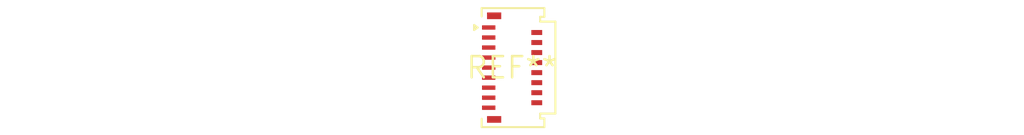
<source format=kicad_pcb>
(kicad_pcb (version 20240108) (generator pcbnew)
  (layers (0 "F.Cu" signal) (31 "B.Cu" signal) (34 "B.Paste" user) (35 "F.Paste" user) (36 "B.SilkS" user "B.Silkscreen") (37 "F.SilkS" user "F.Silkscreen") (38 "B.Mask" user) (39 "F.Mask" user) (44 "Edge.Cuts" user))
  (net 0 "")
  (footprint "Molex_502250-1791_2Rows-17Pins-1MP_P0.60mm_Horizontal" (layer "F.Cu") (at 0 0)
    (property "Reference" "REF**")
    (property "Value" "Molex_502250-1791_2Rows-17Pins-1MP_P0.60mm_Horizontal")
    (fp_line (start -2.272132 -2.55) (end -2.06 -2.4) (layer "F.SilkS") (stroke (width 0.12)))
    (fp_line (start -2.272132 -2.25) (end -2.272132 -2.55) (layer "F.SilkS") (stroke (width 0.12)))
    (fp_line (start -2.06 -2.4) (end -2.272132 -2.25) (layer "F.SilkS") (stroke (width 0.12)))
    (fp_line (start -1.82 -3.56) (end 1.93 -3.56) (layer "F.SilkS") (stroke (width 0.12)))
    (fp_line (start -1.82 -3.06) (end -1.82 -3.56) (layer "F.SilkS") (stroke (width 0.12)))
    (fp_line (start -1.82 3.06) (end -1.82 3.56) (layer "F.SilkS") (stroke (width 0.12)))
    (fp_line (start -1.82 3.56) (end 1.93 3.56) (layer "F.SilkS") (stroke (width 0.12)))
    (fp_line (start 1.68 -3.04) (end 1.68 -2.75) (layer "F.SilkS") (stroke (width 0.12)))
    (fp_line (start 1.68 -2.75) (end 2.59 -2.75) (layer "F.SilkS") (stroke (width 0.12)))
    (fp_line (start 1.68 2.75) (end 2.59 2.75) (layer "F.SilkS") (stroke (width 0.12)))
    (fp_line (start 1.68 3.04) (end 1.68 2.75) (layer "F.SilkS") (stroke (width 0.12)))
    (fp_line (start 1.93 -3.56) (end 1.93 -3.04) (layer "F.SilkS") (stroke (width 0.12)))
    (fp_line (start 1.93 -3.04) (end 1.68 -3.04) (layer "F.SilkS") (stroke (width 0.12)))
    (fp_line (start 1.93 3.04) (end 1.68 3.04) (layer "F.SilkS") (stroke (width 0.12)))
    (fp_line (start 1.93 3.56) (end 1.93 3.04) (layer "F.SilkS") (stroke (width 0.12)))
    (fp_line (start 2.59 -2.75) (end 2.59 0) (layer "F.SilkS") (stroke (width 0.12)))
    (fp_line (start 2.59 2.75) (end 2.59 0) (layer "F.SilkS") (stroke (width 0.12)))
    (pad "1" smd rect (at -1.4 -2.4) (size 0.8 0.26) (layers "F.Cu" "F.Paste" "F.Mask"))
    (pad "2" smd rect (at 1.475 -2.1) (size 0.65 0.3) (layers "F.Cu" "F.Paste" "F.Mask"))
    (pad "3" smd rect (at -1.4 -1.8) (size 0.8 0.26) (layers "F.Cu" "F.Paste" "F.Mask"))
    (pad "4" smd rect (at 1.475 -1.5) (size 0.65 0.3) (layers "F.Cu" "F.Paste" "F.Mask"))
    (pad "5" smd rect (at -1.4 -1.2) (size 0.8 0.26) (layers "F.Cu" "F.Paste" "F.Mask"))
    (pad "6" smd rect (at 1.475 -0.9) (size 0.65 0.3) (layers "F.Cu" "F.Paste" "F.Mask"))
    (pad "7" smd rect (at -1.4 -0.6) (size 0.8 0.26) (layers "F.Cu" "F.Paste" "F.Mask"))
    (pad "8" smd rect (at 1.475 -0.3) (size 0.65 0.3) (layers "F.Cu" "F.Paste" "F.Mask"))
    (pad "9" smd rect (at -1.4 0) (size 0.8 0.26) (layers "F.Cu" "F.Paste" "F.Mask"))
    (pad "10" smd rect (at 1.475 0.3) (size 0.65 0.3) (layers "F.Cu" "F.Paste" "F.Mask"))
    (pad "11" smd rect (at -1.4 0.6) (size 0.8 0.26) (layers "F.Cu" "F.Paste" "F.Mask"))
    (pad "12" smd rect (at 1.475 0.9) (size 0.65 0.3) (layers "F.Cu" "F.Paste" "F.Mask"))
    (pad "13" smd rect (at -1.4 1.2) (size 0.8 0.26) (layers "F.Cu" "F.Paste" "F.Mask"))
    (pad "14" smd rect (at 1.475 1.5) (size 0.65 0.3) (layers "F.Cu" "F.Paste" "F.Mask"))
    (pad "15" smd rect (at -1.4 1.8) (size 0.8 0.26) (layers "F.Cu" "F.Paste" "F.Mask"))
    (pad "16" smd rect (at 1.475 2.1) (size 0.65 0.3) (layers "F.Cu" "F.Paste" "F.Mask"))
    (pad "17" smd rect (at -1.4 2.4) (size 0.8 0.26) (layers "F.Cu" "F.Paste" "F.Mask"))
    (pad "MP" smd rect (at -1.075 -3.1) (size 0.85 0.4) (layers "F.Cu" "F.Paste" "F.Mask"))
    (pad "MP" smd rect (at -1.075 3.1) (size 0.85 0.4) (layers "F.Cu" "F.Paste" "F.Mask"))
  )
)
</source>
